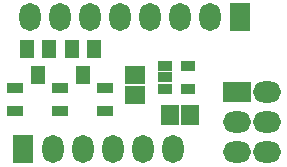
<source format=gts>
G04 --- HEADER BEGIN --- *
%TF.GenerationSoftware,LibrePCB,LibrePCB,0.1.3*%
%TF.CreationDate,2020-05-07T14:01:13*%
%TF.ProjectId,SprigFTDI - default,c1b4763c-5183-4b8f-a850-9e664554c68f,v1*%
%TF.Part,Single*%
%FSLAX66Y66*%
%MOMM*%
G01*
G74*
G04 --- HEADER END --- *
G04 --- APERTURE LIST BEGIN --- *
%ADD10O,1.787X2.39*%
%ADD11R,1.787X2.39*%
%ADD12R,1.2X1.6*%
%ADD13R,1.7X1.5*%
%ADD14R,1.45X0.95*%
%ADD15R,1.5X1.7*%
%ADD16R,1.26X0.85*%
%ADD17O,2.39X1.787*%
%ADD18R,2.39X1.787*%
G04 --- APERTURE LIST END --- *
G04 --- BOARD BEGIN --- *
D10*
X2540000Y13335000D03*
X10160000Y13335000D03*
X7620000Y13335000D03*
D11*
X20320000Y13335000D03*
D10*
X17780000Y13335000D03*
X5080000Y13335000D03*
X15240000Y13335000D03*
X12700000Y13335000D03*
D12*
X2225000Y10625000D03*
X3175000Y8425000D03*
X4125000Y10625000D03*
D13*
X11430000Y8470000D03*
X11430000Y6770000D03*
D14*
X5080000Y7325000D03*
X5080000Y5375000D03*
D15*
X16090000Y5080000D03*
X14390000Y5080000D03*
D16*
X13972500Y7305000D03*
X15872500Y7305000D03*
X13972500Y8255000D03*
X15872500Y9205000D03*
X13972500Y9205000D03*
D14*
X8890000Y7325000D03*
X8890000Y5375000D03*
D12*
X6035000Y10625000D03*
X6985000Y8425000D03*
X7935000Y10625000D03*
D17*
X20002500Y1905000D03*
D18*
X20002500Y6985000D03*
D17*
X22542500Y4445000D03*
X22542500Y1905000D03*
X22542500Y6985000D03*
X20002500Y4445000D03*
D14*
X1270000Y7325000D03*
X1270000Y5375000D03*
D10*
X14605000Y2222500D03*
X9525000Y2222500D03*
X12065000Y2222500D03*
D11*
X1905000Y2222500D03*
D10*
X6985000Y2222500D03*
X4445000Y2222500D03*
G04 --- BOARD END --- *
%TF.MD5,4836168e20c38d0ee7eae21e50879c6e*%
M02*

</source>
